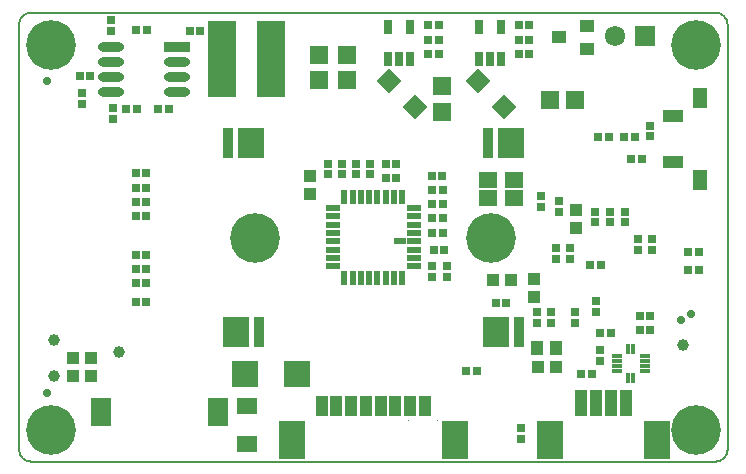
<source format=gbs>
%FSLAX44Y44*%
%MOMM*%
G71*
G01*
G75*
G04 Layer_Color=16711935*
%ADD10R,0.5000X0.6000*%
%ADD11R,0.6000X0.5000*%
%ADD12R,0.5000X1.1000*%
%ADD13R,1.1000X0.5000*%
%ADD14R,0.8128X0.8128*%
%ADD15R,1.0160X0.8890*%
%ADD16R,2.4000X1.2500*%
%ADD17R,1.2000X1.2500*%
%ADD18R,0.8890X1.0160*%
%ADD19R,1.6002X1.2954*%
%ADD20R,0.7600X1.5200*%
%ADD21R,0.8128X0.8128*%
%ADD22R,1.0668X0.8128*%
G04:AMPARAMS|DCode=23|XSize=0.22mm|YSize=0.8mm|CornerRadius=0mm|HoleSize=0mm|Usage=FLASHONLY|Rotation=90.000|XOffset=0mm|YOffset=0mm|HoleType=Round|Shape=RoundedRectangle|*
%AMROUNDEDRECTD23*
21,1,0.2200,0.8000,0,0,90.0*
21,1,0.2200,0.8000,0,0,90.0*
1,1,0.0000,0.4000,0.1100*
1,1,0.0000,0.4000,-0.1100*
1,1,0.0000,-0.4000,-0.1100*
1,1,0.0000,-0.4000,0.1100*
%
%ADD23ROUNDEDRECTD23*%
G04:AMPARAMS|DCode=24|XSize=0.22mm|YSize=0.8mm|CornerRadius=0mm|HoleSize=0mm|Usage=FLASHONLY|Rotation=0.000|XOffset=0mm|YOffset=0mm|HoleType=Round|Shape=RoundedRectangle|*
%AMROUNDEDRECTD24*
21,1,0.2200,0.8000,0,0,0.0*
21,1,0.2200,0.8000,0,0,0.0*
1,1,0.0000,0.1100,-0.4000*
1,1,0.0000,-0.1100,-0.4000*
1,1,0.0000,-0.1100,0.4000*
1,1,0.0000,0.1100,0.4000*
%
%ADD24ROUNDEDRECTD24*%
%ADD25R,4.3000X4.3000*%
%ADD26R,0.7000X0.6000*%
%ADD27R,1.2500X0.3000*%
%ADD28R,0.7000X1.6000*%
%ADD29R,1.1000X1.4000*%
%ADD30R,1.6000X1.4000*%
%ADD31R,1.2000X2.2000*%
%ADD32R,1.2000X1.4000*%
%ADD33R,0.8000X1.6000*%
%ADD34R,1.4000X0.6000*%
%ADD35P,1.8385X4X90.0*%
%ADD36R,1.2700X0.5080*%
%ADD37R,1.3970X1.3970*%
%ADD38R,1.2000X1.6000*%
%ADD39R,1.5000X0.4000*%
%ADD40C,0.4000*%
%ADD41C,0.2000*%
%ADD42C,0.3000*%
%ADD43C,0.2540*%
%ADD44C,0.1270*%
%ADD45C,0.6000*%
%ADD46R,1.3000X1.2000*%
%ADD47C,0.0254*%
%ADD48C,4.4000*%
%ADD49C,0.5000*%
G04:AMPARAMS|DCode=50|XSize=4mm|YSize=4mm|CornerRadius=2mm|HoleSize=0mm|Usage=FLASHONLY|Rotation=0.000|XOffset=0mm|YOffset=0mm|HoleType=Round|Shape=RoundedRectangle|*
%AMROUNDEDRECTD50*
21,1,4.0000,0.0000,0,0,0.0*
21,1,0.0000,4.0000,0,0,0.0*
1,1,4.0000,0.0000,0.0000*
1,1,4.0000,0.0000,0.0000*
1,1,4.0000,0.0000,0.0000*
1,1,4.0000,0.0000,0.0000*
%
%ADD50ROUNDEDRECTD50*%
%ADD51R,1.5240X1.5240*%
%ADD52C,1.5240*%
%ADD53C,3.6000*%
%ADD54R,1.4000X1.2000*%
%ADD55R,0.4000X1.0000*%
%ADD56R,1.0000X0.4000*%
%ADD57R,1.6000X1.2000*%
%ADD58O,2.0320X0.6096*%
%ADD59R,2.0320X0.6096*%
%ADD60R,0.7250X2.3500*%
%ADD61R,1.3970X1.3970*%
%ADD62P,1.8385X4X180.0*%
%ADD63R,0.2000X0.7500*%
%ADD64R,0.7500X0.2000*%
%ADD65R,1.5000X0.8000*%
%ADD66R,1.0000X1.5000*%
%ADD67R,2.1000X3.0000*%
%ADD68R,0.8000X2.1000*%
%ADD69R,1.6000X2.2000*%
%ADD70C,0.8000*%
G04:AMPARAMS|DCode=71|XSize=2mm|YSize=2mm|CornerRadius=0mm|HoleSize=0mm|Usage=FLASHONLY|Rotation=180.000|XOffset=0mm|YOffset=0mm|HoleType=Round|Shape=RoundedRectangle|*
%AMROUNDEDRECTD71*
21,1,2.0000,2.0000,0,0,180.0*
21,1,2.0000,2.0000,0,0,180.0*
1,1,0.0000,-1.0000,1.0000*
1,1,0.0000,1.0000,1.0000*
1,1,0.0000,1.0000,-1.0000*
1,1,0.0000,-1.0000,-1.0000*
%
%ADD71ROUNDEDRECTD71*%
%ADD72R,2.1500X6.3000*%
%ADD73C,0.8000*%
%ADD74R,1.1000X0.4000*%
%ADD75R,1.9250X2.3500*%
%ADD76C,4.0000*%
%ADD77C,0.1250*%
%ADD78C,0.1524*%
%ADD79C,0.1200*%
%ADD80C,0.2032*%
%ADD81C,0.1000*%
%ADD82R,0.7000X0.8000*%
%ADD83R,0.8000X0.7000*%
%ADD84R,0.7000X1.3000*%
%ADD85R,1.3000X0.7000*%
%ADD86R,1.0128X1.0128*%
%ADD87R,1.2160X1.0890*%
%ADD88R,2.6000X1.4500*%
%ADD89R,1.4000X1.4500*%
%ADD90R,1.0890X1.2160*%
%ADD91R,1.8002X1.4954*%
%ADD92R,0.9600X1.7200*%
%ADD93R,1.0128X1.0128*%
%ADD94R,1.2668X1.0128*%
G04:AMPARAMS|DCode=95|XSize=0.42mm|YSize=1mm|CornerRadius=0mm|HoleSize=0mm|Usage=FLASHONLY|Rotation=90.000|XOffset=0mm|YOffset=0mm|HoleType=Round|Shape=RoundedRectangle|*
%AMROUNDEDRECTD95*
21,1,0.4200,1.0000,0,0,90.0*
21,1,0.4200,1.0000,0,0,90.0*
1,1,0.0000,0.5000,0.2100*
1,1,0.0000,0.5000,-0.2100*
1,1,0.0000,-0.5000,-0.2100*
1,1,0.0000,-0.5000,0.2100*
%
%ADD95ROUNDEDRECTD95*%
G04:AMPARAMS|DCode=96|XSize=0.42mm|YSize=1mm|CornerRadius=0mm|HoleSize=0mm|Usage=FLASHONLY|Rotation=0.000|XOffset=0mm|YOffset=0mm|HoleType=Round|Shape=RoundedRectangle|*
%AMROUNDEDRECTD96*
21,1,0.4200,1.0000,0,0,0.0*
21,1,0.4200,1.0000,0,0,0.0*
1,1,0.0000,0.2100,-0.5000*
1,1,0.0000,-0.2100,-0.5000*
1,1,0.0000,-0.2100,0.5000*
1,1,0.0000,0.2100,0.5000*
%
%ADD96ROUNDEDRECTD96*%
%ADD97R,4.5000X4.5000*%
%ADD98R,0.9000X0.8000*%
%ADD99R,1.4500X0.5000*%
%ADD100R,0.9000X1.8000*%
%ADD101R,1.3000X1.6000*%
%ADD102R,1.8000X1.6000*%
%ADD103R,1.4000X2.4000*%
%ADD104R,1.4000X1.6000*%
%ADD105R,1.0000X1.8000*%
%ADD106R,1.6000X0.8000*%
%ADD107P,2.1213X4X90.0*%
%ADD108R,1.4700X0.7080*%
%ADD109R,1.5970X1.5970*%
%ADD110R,1.4000X1.8000*%
%ADD111R,1.7000X0.6000*%
%ADD112C,4.6000*%
%ADD113C,0.7000*%
G04:AMPARAMS|DCode=114|XSize=4.2mm|YSize=4.2mm|CornerRadius=2.1mm|HoleSize=0mm|Usage=FLASHONLY|Rotation=0.000|XOffset=0mm|YOffset=0mm|HoleType=Round|Shape=RoundedRectangle|*
%AMROUNDEDRECTD114*
21,1,4.2000,0.0000,0,0,0.0*
21,1,0.0000,4.2000,0,0,0.0*
1,1,4.2000,0.0000,0.0000*
1,1,4.2000,0.0000,0.0000*
1,1,4.2000,0.0000,0.0000*
1,1,4.2000,0.0000,0.0000*
%
%ADD114ROUNDEDRECTD114*%
%ADD115R,1.7240X1.7240*%
%ADD116C,1.7240*%
%ADD117R,1.0750X0.6000*%
%ADD118R,1.4000X2.5500*%
%ADD119R,0.6000X1.2000*%
%ADD120R,1.2000X0.6000*%
%ADD121R,1.8000X1.4000*%
%ADD122O,2.2320X0.8096*%
%ADD123R,2.2320X0.8096*%
%ADD124R,0.9250X2.5500*%
%ADD125R,1.5970X1.5970*%
%ADD126P,2.1213X4X180.0*%
%ADD127R,0.4000X0.9500*%
%ADD128R,0.9500X0.4000*%
%ADD129R,1.7000X1.0000*%
%ADD130R,1.2000X1.7000*%
%ADD131R,2.3000X3.2000*%
%ADD132R,1.0000X2.3000*%
%ADD133R,1.8000X2.4000*%
%ADD134C,1.0000*%
G04:AMPARAMS|DCode=135|XSize=2.2mm|YSize=2.2mm|CornerRadius=0mm|HoleSize=0mm|Usage=FLASHONLY|Rotation=180.000|XOffset=0mm|YOffset=0mm|HoleType=Round|Shape=RoundedRectangle|*
%AMROUNDEDRECTD135*
21,1,2.2000,2.2000,0,0,180.0*
21,1,2.2000,2.2000,0,0,180.0*
1,1,0.0000,-1.1000,1.1000*
1,1,0.0000,1.1000,1.1000*
1,1,0.0000,1.1000,-1.1000*
1,1,0.0000,-1.1000,-1.1000*
%
%ADD135ROUNDEDRECTD135*%
%ADD136R,2.3500X6.5000*%
%ADD137C,4.2000*%
D30*
X119364Y48340D02*
D03*
X97364D02*
D03*
Y33340D02*
D03*
X119364D02*
D03*
D41*
X289941Y-190000D02*
G03*
X299941Y-180000I0J10000D01*
G01*
Y180000D02*
G03*
X289941Y190000I-10000J0D01*
G01*
X-300000Y-180000D02*
G03*
X-290000Y-190000I10000J0D01*
G01*
Y190000D02*
G03*
X-300000Y180000I0J-10000D01*
G01*
X300000Y-180000D02*
Y180000D01*
X-300000Y-180000D02*
Y180000D01*
X-290000Y-190000D02*
X289941Y-190000D01*
X-290000Y190000D02*
X289941Y190000D01*
D47*
X53993Y-154584D02*
X54000D01*
X27493Y-143984D02*
X27500D01*
X2493D02*
X2500D01*
X28993Y-154584D02*
X29000D01*
D82*
X49770Y28000D02*
D03*
X58770D02*
D03*
X49770Y16000D02*
D03*
X58770D02*
D03*
X19500Y50000D02*
D03*
X10500D02*
D03*
X49500Y52000D02*
D03*
X58500D02*
D03*
X49770Y40000D02*
D03*
X58770D02*
D03*
X123230Y167031D02*
D03*
X132230D02*
D03*
X55656Y154830D02*
D03*
X46656D02*
D03*
X55656Y179230D02*
D03*
X46656D02*
D03*
X234500Y-79000D02*
D03*
X225500D02*
D03*
X234500Y-67000D02*
D03*
X225500D02*
D03*
X-199978Y108729D02*
D03*
X-208978D02*
D03*
X190500Y85000D02*
D03*
X199500D02*
D03*
X-192101Y-55000D02*
D03*
X-201101D02*
D03*
X183500Y-24000D02*
D03*
X192500D02*
D03*
X103500Y-56000D02*
D03*
X112500D02*
D03*
X78500Y-113000D02*
D03*
X87500D02*
D03*
X60040Y-11000D02*
D03*
X51040D02*
D03*
X176000Y-116000D02*
D03*
X185000D02*
D03*
X221500Y85000D02*
D03*
X212500D02*
D03*
X19500Y62000D02*
D03*
X10500D02*
D03*
X-155354Y174853D02*
D03*
X-146354D02*
D03*
X266500Y-13000D02*
D03*
X275500D02*
D03*
Y-28000D02*
D03*
X266500D02*
D03*
X-239500Y136000D02*
D03*
X-248500D02*
D03*
X-192003Y175642D02*
D03*
X-201003D02*
D03*
X-173062Y108887D02*
D03*
X-182062D02*
D03*
X58770Y3500D02*
D03*
X49770D02*
D03*
X46656Y167031D02*
D03*
X55656D02*
D03*
X-201101Y30000D02*
D03*
X-192101D02*
D03*
X-201101Y42000D02*
D03*
X-192101D02*
D03*
X-201101Y18000D02*
D03*
X-192101D02*
D03*
X-201101Y-39000D02*
D03*
X-192101D02*
D03*
X-201101Y-15000D02*
D03*
X-192101D02*
D03*
X-201101Y-27000D02*
D03*
X-192101D02*
D03*
Y54000D02*
D03*
X-201101D02*
D03*
X201123Y-81350D02*
D03*
X192123D02*
D03*
X132230Y179230D02*
D03*
X123230D02*
D03*
Y154830D02*
D03*
X132230D02*
D03*
X227500Y66000D02*
D03*
X218500D02*
D03*
D83*
X-14588Y53230D02*
D03*
Y62230D02*
D03*
X-2730D02*
D03*
Y53230D02*
D03*
X142000Y34500D02*
D03*
Y25500D02*
D03*
X-38730Y53230D02*
D03*
Y62230D02*
D03*
X-26730Y53230D02*
D03*
Y62230D02*
D03*
X-220676Y99941D02*
D03*
Y108941D02*
D03*
X62081Y-24500D02*
D03*
Y-33500D02*
D03*
X188178Y-54500D02*
D03*
Y-63500D02*
D03*
X234000Y94500D02*
D03*
Y85500D02*
D03*
X139000Y-63500D02*
D03*
Y-72500D02*
D03*
X157000Y21500D02*
D03*
Y30500D02*
D03*
X150678Y-72500D02*
D03*
Y-63500D02*
D03*
X170678D02*
D03*
Y-72500D02*
D03*
X50000Y-33500D02*
D03*
Y-24500D02*
D03*
X-222000Y183500D02*
D03*
Y174500D02*
D03*
X200000Y21500D02*
D03*
Y12500D02*
D03*
X188000Y21500D02*
D03*
Y12500D02*
D03*
X236000Y-1500D02*
D03*
Y-10500D02*
D03*
X224000D02*
D03*
Y-1500D02*
D03*
X213000Y12500D02*
D03*
Y21500D02*
D03*
X-246450Y113000D02*
D03*
Y122000D02*
D03*
X166632Y-18534D02*
D03*
Y-9534D02*
D03*
X192000Y-95500D02*
D03*
Y-104500D02*
D03*
X155000Y-18500D02*
D03*
Y-9500D02*
D03*
X124750Y-170500D02*
D03*
Y-161500D02*
D03*
D84*
X108230Y177730D02*
D03*
X89230D02*
D03*
Y150730D02*
D03*
X98730D02*
D03*
X108230D02*
D03*
X31500Y177730D02*
D03*
X12500D02*
D03*
Y150730D02*
D03*
X22000D02*
D03*
X31500D02*
D03*
D86*
X-238830Y-117500D02*
D03*
X-254070D02*
D03*
X-238830Y-102500D02*
D03*
X-254070D02*
D03*
X116620Y-36000D02*
D03*
X101380D02*
D03*
X154620Y-110000D02*
D03*
X139380D02*
D03*
D90*
X155001Y-94000D02*
D03*
X138999D02*
D03*
D93*
X-54000Y36380D02*
D03*
Y51620D02*
D03*
X172000Y22620D02*
D03*
Y7380D02*
D03*
X136000Y-35135D02*
D03*
Y-50375D02*
D03*
D94*
X180544Y178589D02*
D03*
Y159513D02*
D03*
X157608Y169051D02*
D03*
D105*
X43750Y-142584D02*
D03*
X18750D02*
D03*
X-43750D02*
D03*
X-31250D02*
D03*
X-18750D02*
D03*
X-6250D02*
D03*
X6250D02*
D03*
X31250D02*
D03*
D109*
X170795Y116000D02*
D03*
X149205D02*
D03*
D113*
X-276200Y-132000D02*
D03*
Y132000D02*
D03*
X260500Y-70000D02*
D03*
X269000Y-65000D02*
D03*
D114*
X-273000Y163000D02*
D03*
X273000D02*
D03*
X-273000Y-163000D02*
D03*
X273000D02*
D03*
D115*
X229700Y170000D02*
D03*
D116*
X204300D02*
D03*
D117*
X22874Y-3499D02*
D03*
D118*
X-107750Y80000D02*
D03*
X112250D02*
D03*
X107750Y-80000D02*
D03*
X-112250Y-80000D02*
D03*
D119*
X-24500Y34250D02*
D03*
X-17500D02*
D03*
X-10500D02*
D03*
X17500D02*
D03*
X10500D02*
D03*
X3500D02*
D03*
X-3500D02*
D03*
X-24500Y-34250D02*
D03*
X-17500D02*
D03*
X-10500D02*
D03*
X17500D02*
D03*
X10500D02*
D03*
X3500D02*
D03*
X-3500D02*
D03*
X24500D02*
D03*
Y34250D02*
D03*
D120*
X-34250Y-3500D02*
D03*
Y3500D02*
D03*
Y10500D02*
D03*
Y17500D02*
D03*
Y24500D02*
D03*
Y-10500D02*
D03*
Y-17500D02*
D03*
Y-24500D02*
D03*
X34250D02*
D03*
Y-17500D02*
D03*
Y-10500D02*
D03*
Y24500D02*
D03*
Y17500D02*
D03*
Y10500D02*
D03*
Y3500D02*
D03*
Y-3500D02*
D03*
D121*
X-107000Y-143000D02*
D03*
Y-175000D02*
D03*
D122*
X-222080Y161390D02*
D03*
Y148691D02*
D03*
Y135990D02*
D03*
Y123291D02*
D03*
X-166200D02*
D03*
Y135990D02*
D03*
Y148691D02*
D03*
D123*
Y161390D02*
D03*
D124*
X-123000Y80000D02*
D03*
X-97000D02*
D03*
X97000D02*
D03*
X123000D02*
D03*
Y-80000D02*
D03*
X97000D02*
D03*
X-97000D02*
D03*
X-123000D02*
D03*
D125*
X-46251Y154443D02*
D03*
Y132853D02*
D03*
X58000Y106205D02*
D03*
Y127795D02*
D03*
X-22189Y132853D02*
D03*
Y154443D02*
D03*
D126*
X13000Y132000D02*
D03*
X35000Y110000D02*
D03*
X89000Y132000D02*
D03*
X111000Y110000D02*
D03*
D127*
X216000Y-95000D02*
D03*
X220000D02*
D03*
Y-119000D02*
D03*
X216000D02*
D03*
D128*
X230000Y-101000D02*
D03*
Y-105000D02*
D03*
Y-109000D02*
D03*
Y-113000D02*
D03*
X206000D02*
D03*
Y-109000D02*
D03*
Y-105000D02*
D03*
Y-101000D02*
D03*
D129*
X253700Y63200D02*
D03*
Y102900D02*
D03*
D130*
X276300Y48000D02*
D03*
Y118000D02*
D03*
D131*
X240000Y-171584D02*
D03*
X150000D02*
D03*
X69250D02*
D03*
X-69250D02*
D03*
D132*
X176250Y-140584D02*
D03*
X188750D02*
D03*
X201250D02*
D03*
X213750D02*
D03*
D133*
X-230649Y-147781D02*
D03*
X-131149D02*
D03*
D134*
X-270400Y-87500D02*
D03*
Y-117500D02*
D03*
X262000Y-91000D02*
D03*
X-215000Y-97500D02*
D03*
D135*
X-65000Y-116000D02*
D03*
X-109000D02*
D03*
D136*
X-127831Y150546D02*
D03*
X-86331D02*
D03*
D137*
X-100000Y-1000D02*
D03*
X100000D02*
D03*
M02*

</source>
